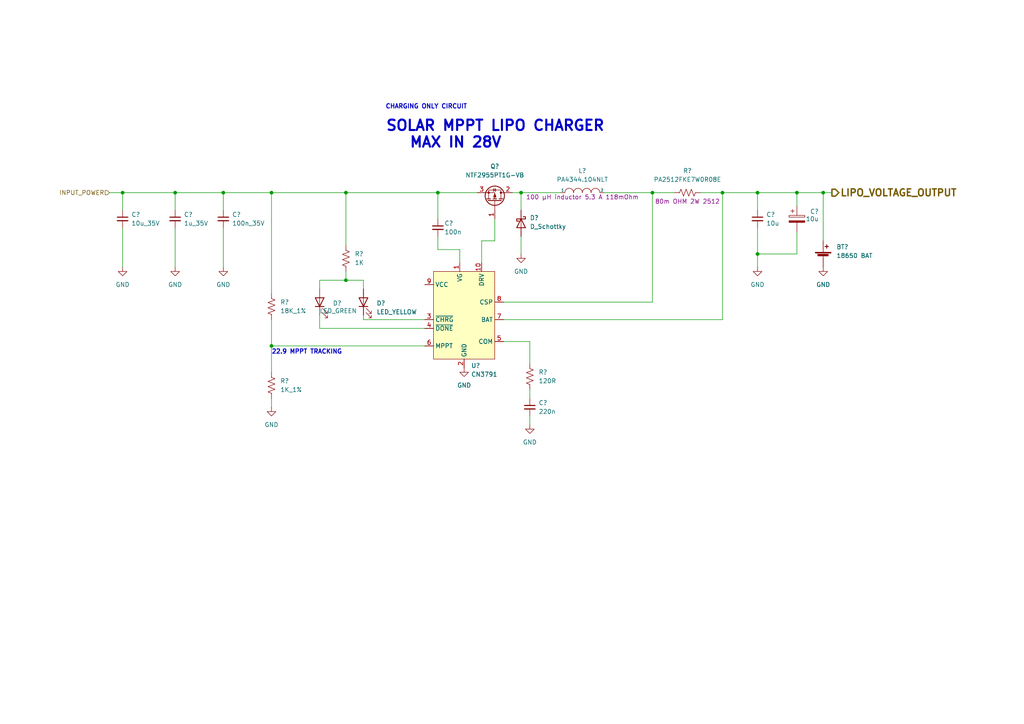
<source format=kicad_sch>
(kicad_sch (version 20211123) (generator eeschema)
  (paper "A4")
  (lib_symbols
    (symbol "Device:Battery_Cell" (pin_numbers hide) (pin_names (offset 0) hide)
      (property "Reference" "BT" (at 2.54 2.54 0))
      (property "Value" "Battery_Cell" (at 2.54 0 0))
      (symbol "Battery_Cell_0_1"
        (rectangle (start -2.286 1.778) (end 2.286 1.524) (fill (type outline)))
        (rectangle (start -1.5748 1.1938) (end 1.4732 0.6858) (fill (type outline)))
        (polyline (pts (xy 0 0.762) (xy 0 0)))
        (polyline (pts (xy 0 1.778) (xy 0 2.54)))
        (polyline (pts (xy 0.508 3.429) (xy 1.524 3.429)) (stroke (width 0.254)))
        (polyline (pts (xy 1.016 3.937) (xy 1.016 2.921)) (stroke (width 0.254)))
      )
      (symbol "Battery_Cell_1_1"
        (pin passive line (at 0 5.08 270) (length 2.54) (name "+") (number "1"))
        (pin passive line (at 0 -2.54 90) (length 2.54) (name "-") (number "2"))
      )
    )
    (symbol "Device:C_Polarized" (pin_numbers hide) (pin_names (offset 0.254))
      (property "Reference" "C" (at 0.635 2.54 0))
      (property "Value" "C_Polarized" (at 0.635 -2.54 0))
      (symbol "C_Polarized_0_1"
        (rectangle (start -2.286 0.508) (end 2.286 1.016))
        (polyline (pts (xy -1.778 2.286) (xy -0.762 2.286)))
        (polyline (pts (xy -1.27 2.794) (xy -1.27 1.778)))
        (rectangle (start 2.286 -0.508) (end -2.286 -1.016) (fill (type outline)))
      )
      (symbol "C_Polarized_1_1"
        (pin passive line (at 0 3.81 270) (length 2.794) (name "~") (number "1"))
        (pin passive line (at 0 -3.81 90) (length 2.794) (name "~") (number "2"))
      )
    )
    (symbol "Device:C_Small" (pin_numbers hide) (pin_names (offset 0.254) hide)
      (property "Reference" "C" (at 0.254 1.778 0))
      (property "Value" "C_Small" (at 0.254 -2.032 0))
      (symbol "C_Small_0_1"
        (polyline (pts (xy -1.524 -0.508) (xy 1.524 -0.508)) (stroke (width 0.3302)))
        (polyline (pts (xy -1.524 0.508) (xy 1.524 0.508)) (stroke (width 0.3048)))
      )
      (symbol "C_Small_1_1"
        (pin passive line (at 0 2.54 270) (length 2.032) (name "~") (number "1"))
        (pin passive line (at 0 -2.54 90) (length 2.032) (name "~") (number "2"))
      )
    )
    (symbol "Device:D_Schottky" (pin_numbers hide) (pin_names (offset 1.016) hide)
      (property "Reference" "D" (at 0 2.54 0))
      (property "Value" "D_Schottky" (at 0 -2.54 0))
      (symbol "D_Schottky_0_1"
        (polyline (pts (xy 1.27 0) (xy -1.27 0)))
        (polyline (pts (xy 1.27 1.27) (xy 1.27 -1.27) (xy -1.27 0) (xy 1.27 1.27)) (stroke (width 0.254)))
        (polyline (pts (xy -1.905 0.635) (xy -1.905 1.27) (xy -1.27 1.27) (xy -1.27 -1.27) (xy -0.635 -1.27) (xy -0.635 -0.635)) (stroke (width 0.254)))
      )
      (symbol "D_Schottky_1_1"
        (pin passive line (at -3.81 0 0) (length 2.54) (name "K") (number "1"))
        (pin passive line (at 3.81 0 180) (length 2.54) (name "A") (number "2"))
      )
    )
    (symbol "Device:LED" (pin_numbers hide) (pin_names (offset 1.016) hide)
      (property "Reference" "D" (at 0 2.54 0))
      (property "Value" "LED" (at 0 -2.54 0))
      (symbol "LED_0_1"
        (polyline (pts (xy -1.27 -1.27) (xy -1.27 1.27)) (stroke (width 0.254)))
        (polyline (pts (xy -1.27 0) (xy 1.27 0)))
        (polyline (pts (xy 1.27 -1.27) (xy 1.27 1.27) (xy -1.27 0) (xy 1.27 -1.27)) (stroke (width 0.254)))
        (polyline (pts (xy -3.048 -0.762) (xy -4.572 -2.286) (xy -3.81 -2.286) (xy -4.572 -2.286) (xy -4.572 -1.524)))
        (polyline (pts (xy -1.778 -0.762) (xy -3.302 -2.286) (xy -2.54 -2.286) (xy -3.302 -2.286) (xy -3.302 -1.524)))
      )
      (symbol "LED_1_1"
        (pin passive line (at -3.81 0 0) (length 2.54) (name "K") (number "1"))
        (pin passive line (at 3.81 0 180) (length 2.54) (name "A") (number "2"))
      )
    )
    (symbol "Device:Q_PMOS_GDS" (pin_names (offset 0) hide)
      (property "Reference" "Q" (at 5.08 1.27 0))
      (property "Value" "Q_PMOS_GDS" (at 5.08 -1.27 0))
      (symbol "Q_PMOS_GDS_0_1"
        (polyline (pts (xy 0.254 0) (xy -2.54 0)))
        (polyline (pts (xy 0.254 1.905) (xy 0.254 -1.905)) (stroke (width 0.254)))
        (polyline (pts (xy 0.762 -1.27) (xy 0.762 -2.286)) (stroke (width 0.254)))
        (polyline (pts (xy 0.762 0.508) (xy 0.762 -0.508)) (stroke (width 0.254)))
        (polyline (pts (xy 0.762 2.286) (xy 0.762 1.27)) (stroke (width 0.254)))
        (polyline (pts (xy 2.54 2.54) (xy 2.54 1.778)))
        (polyline (pts (xy 2.54 -2.54) (xy 2.54 0) (xy 0.762 0)))
        (polyline (pts (xy 0.762 1.778) (xy 3.302 1.778) (xy 3.302 -1.778) (xy 0.762 -1.778)))
        (polyline (pts (xy 2.286 0) (xy 1.27 0.381) (xy 1.27 -0.381) (xy 2.286 0)) (fill (type outline)))
        (polyline (pts (xy 2.794 -0.508) (xy 2.921 -0.381) (xy 3.683 -0.381) (xy 3.81 -0.254)))
        (polyline (pts (xy 3.302 -0.381) (xy 2.921 0.254) (xy 3.683 0.254) (xy 3.302 -0.381)))
        (circle (center 1.651 0) (radius 2.794) (stroke (width 0.254)))
        (circle (center 2.54 -1.778) (radius 0.254) (fill (type outline)))
        (circle (center 2.54 1.778) (radius 0.254) (fill (type outline)))
      )
      (symbol "Q_PMOS_GDS_1_1"
        (pin input line (at -5.08 0 0) (length 2.54) (name "G") (number "1"))
        (pin passive line (at 2.54 5.08 270) (length 2.54) (name "D") (number "2"))
        (pin passive line (at 2.54 -5.08 90) (length 2.54) (name "S") (number "3"))
      )
    )
    (symbol "Device:R_US" (pin_numbers hide) (pin_names (offset 0))
      (property "Reference" "R" (at 2.54 0 90))
      (property "Value" "R_US" (at -2.54 0 90))
      (symbol "R_US_0_1"
        (polyline (pts (xy 0 -2.286) (xy 0 -2.54)))
        (polyline (pts (xy 0 2.286) (xy 0 2.54)))
        (polyline (pts (xy 0 -0.762) (xy 1.016 -1.143) (xy 0 -1.524) (xy -1.016 -1.905) (xy 0 -2.286)))
        (polyline (pts (xy 0 0.762) (xy 1.016 0.381) (xy 0 0) (xy -1.016 -0.381) (xy 0 -0.762)))
        (polyline (pts (xy 0 2.286) (xy 1.016 1.905) (xy 0 1.524) (xy -1.016 1.143) (xy 0 0.762)))
      )
      (symbol "R_US_1_1"
        (pin passive line (at 0 3.81 270) (length 1.27) (name "~") (number "1"))
        (pin passive line (at 0 -3.81 90) (length 1.27) (name "~") (number "2"))
      )
    )
    (symbol "GCL_Integrated-Circuits:CN3791"
      (property "Reference" "U" (at 0 5.08 0))
      (property "Value" "CN3791" (at 0 2.54 0))
      (symbol "CN3791_0_0"
        (pin passive line (at 15.24 2.54 270) (length 2.54) (name "VG") (number "1"))
        (pin passive line (at 21.59 2.54 270) (length 2.54) (name "DRV") (number "10"))
        (pin passive line (at 16.51 -27.94 90) (length 2.54) (name "GND") (number "2"))
        (pin passive line (at 5.08 -13.97 0) (length 2.54) (name "~{CHRG}") (number "3"))
        (pin passive line (at 5.08 -16.51 0) (length 2.54) (name "~{DONE}") (number "4"))
        (pin passive line (at 27.94 -20.32 180) (length 2.54) (name "COM") (number "5"))
        (pin passive line (at 5.08 -21.59 0) (length 2.54) (name "MPPT") (number "6"))
        (pin passive line (at 27.94 -13.97 180) (length 2.54) (name "BAT") (number "7"))
        (pin passive line (at 27.94 -8.89 180) (length 2.54) (name "CSP") (number "8"))
        (pin passive line (at 5.08 -3.81 0) (length 2.54) (name "VCC") (number "9"))
      )
      (symbol "CN3791_0_1"
        (rectangle (start 7.62 0) (end 25.4 -25.4) (fill (type background)))
      )
    )
    (symbol "power:GND" (power) (pin_names (offset 0))
      (property "Value" "GND" (at 0 -3.81 0))
      (symbol "GND_0_1"
        (polyline (pts (xy 0 0) (xy 0 -1.27) (xy 1.27 -1.27) (xy 0 -2.54) (xy -1.27 -1.27) (xy 0 -1.27)))
      )
      (symbol "GND_1_1"
        (pin power_in line (at 0 0 270) (length 0) hide (name "GND") (number "1"))
      )
    )
    (symbol "pspice:INDUCTOR" (pin_numbers hide) (pin_names (offset 0))
      (property "Reference" "L" (at 0 2.54 0))
      (property "Value" "INDUCTOR" (at 0 -1.27 0))
      (symbol "INDUCTOR_0_1"
        (arc (start -2.54 0) (mid -3.81 1.27) (end -5.08 0))
        (arc (start 0 0) (mid -1.27 1.27) (end -2.54 0))
        (arc (start 2.54 0) (mid 1.27 1.27) (end 0 0))
        (arc (start 5.08 0) (mid 3.81 1.27) (end 2.54 0))
      )
      (symbol "INDUCTOR_1_1"
        (pin input line (at -6.35 0 0) (length 1.27) (name "1") (number "1"))
        (pin input line (at 6.35 0 180) (length 1.27) (name "2") (number "2"))
      )
    )
  )
  (junction (at 50.8 55.88))
  (junction (at 219.71 55.88))
  (junction (at 231.14 55.88))
  (junction (at 100.33 55.88))
  (junction (at 189.23 55.88))
  (junction (at 78.74 100.33))
  (junction (at 209.55 55.88))
  (junction (at 64.77 55.88))
  (junction (at 238.76 55.88))
  (junction (at 219.71 73.66))
  (junction (at 100.33 81.28))
  (junction (at 78.74 55.88))
  (junction (at 151.13 55.88))
  (junction (at 35.56 55.88))
  (junction (at 127 55.88))
  (wire (pts (xy 64.77 55.88) (xy 64.77 60.96)))
  (wire (pts (xy 133.35 72.39) (xy 127 72.39)))
  (wire (pts (xy 209.55 55.88) (xy 219.71 55.88)))
  (wire (pts (xy 139.7 69.85) (xy 143.51 69.85)))
  (wire (pts (xy 78.74 85.09) (xy 78.74 55.88)))
  (wire (pts (xy 153.67 113.03) (xy 153.67 115.57)))
  (wire (pts (xy 151.13 55.88) (xy 151.13 60.96)))
  (wire (pts (xy 50.8 55.88) (xy 50.8 60.96)))
  (wire (pts (xy 146.05 92.71) (xy 209.55 92.71)))
  (wire (pts (xy 238.76 55.88) (xy 238.76 69.85)))
  (wire (pts (xy 231.14 73.66) (xy 219.71 73.66)))
  (wire (pts (xy 231.14 55.88) (xy 238.76 55.88)))
  (wire (pts (xy 105.41 92.71) (xy 105.41 91.44)))
  (wire (pts (xy 151.13 55.88) (xy 162.56 55.88)))
  (wire (pts (xy 100.33 81.28) (xy 92.71 81.28)))
  (wire (pts (xy 127 55.88) (xy 138.43 55.88)))
  (wire (pts (xy 64.77 55.88) (xy 78.74 55.88)))
  (wire (pts (xy 35.56 55.88) (xy 35.56 60.96)))
  (wire (pts (xy 153.67 99.06) (xy 153.67 105.41)))
  (wire (pts (xy 123.19 92.71) (xy 105.41 92.71)))
  (wire (pts (xy 78.74 100.33) (xy 123.19 100.33)))
  (wire (pts (xy 92.71 95.25) (xy 123.19 95.25)))
  (wire (pts (xy 64.77 77.47) (xy 64.77 66.04)))
  (wire (pts (xy 127 72.39) (xy 127 68.58)))
  (wire (pts (xy 151.13 68.58) (xy 151.13 73.66)))
  (wire (pts (xy 50.8 77.47) (xy 50.8 66.04)))
  (wire (pts (xy 231.14 67.31) (xy 231.14 73.66)))
  (wire (pts (xy 133.35 76.2) (xy 133.35 72.39)))
  (wire (pts (xy 35.56 55.88) (xy 50.8 55.88)))
  (wire (pts (xy 189.23 55.88) (xy 195.58 55.88)))
  (wire (pts (xy 146.05 99.06) (xy 153.67 99.06)))
  (wire (pts (xy 127 55.88) (xy 127 63.5)))
  (wire (pts (xy 219.71 55.88) (xy 231.14 55.88)))
  (wire (pts (xy 238.76 55.88) (xy 241.3 55.88)))
  (wire (pts (xy 146.05 87.63) (xy 189.23 87.63)))
  (wire (pts (xy 105.41 81.28) (xy 100.33 81.28)))
  (wire (pts (xy 219.71 77.47) (xy 219.71 73.66)))
  (wire (pts (xy 105.41 83.82) (xy 105.41 81.28)))
  (wire (pts (xy 189.23 87.63) (xy 189.23 55.88)))
  (wire (pts (xy 35.56 77.47) (xy 35.56 66.04)))
  (wire (pts (xy 78.74 55.88) (xy 100.33 55.88)))
  (wire (pts (xy 219.71 73.66) (xy 219.71 66.04)))
  (wire (pts (xy 100.33 78.74) (xy 100.33 81.28)))
  (wire (pts (xy 78.74 100.33) (xy 78.74 92.71)))
  (wire (pts (xy 153.67 120.65) (xy 153.67 123.19)))
  (wire (pts (xy 78.74 118.11) (xy 78.74 115.57)))
  (wire (pts (xy 139.7 76.2) (xy 139.7 69.85)))
  (wire (pts (xy 92.71 91.44) (xy 92.71 95.25)))
  (wire (pts (xy 31.75 55.88) (xy 35.56 55.88)))
  (wire (pts (xy 175.26 55.88) (xy 189.23 55.88)))
  (wire (pts (xy 100.33 55.88) (xy 100.33 71.12)))
  (wire (pts (xy 92.71 81.28) (xy 92.71 83.82)))
  (wire (pts (xy 203.2 55.88) (xy 209.55 55.88)))
  (wire (pts (xy 148.59 55.88) (xy 151.13 55.88)))
  (wire (pts (xy 231.14 55.88) (xy 231.14 59.69)))
  (wire (pts (xy 100.33 55.88) (xy 127 55.88)))
  (wire (pts (xy 50.8 55.88) (xy 64.77 55.88)))
  (wire (pts (xy 219.71 55.88) (xy 219.71 60.96)))
  (wire (pts (xy 209.55 92.71) (xy 209.55 55.88)))
  (wire (pts (xy 143.51 69.85) (xy 143.51 63.5)))
  (wire (pts (xy 78.74 100.33) (xy 78.74 107.95)))
  (text "CHARGING ONLY CIRCUIT" (at 111.76 31.75 0) (effects (font (size 1.27 1.27) bold) (justify left bottom)))
  (text "SOLAR MPPT LIPO CHARGER\n   MAX IN 28V" (at 111.76 43.18 0) (effects (font (size 3 3) (thickness 0.6) bold) (justify left bottom)))
  (text "22.9 MPPT TRACKING" (at 78.74 102.87 0) (effects (font (size 1.27 1.27) bold) (justify left bottom)))
  (hierarchical_label "INPUT_POWER" (shape input) (at 31.75 55.88 180))
  (hierarchical_label "LIPO_VOLTAGE_OUTPUT" (shape output) (at 241.3 55.88 0) (effects (font (size 2 2) bold)))
  (symbol (lib_id "Device:Q_PMOS_GDS") (at 143.51 58.42 270) (mirror x) (unit 1)
    (property "Reference" "Q?" (at 143.51 48.26 90))
    (property "Value" "NTF2955PT1G-VB" (at 143.51 50.8 90))
    (property "Footprint" "Package_TO_SOT_SMD:SOT-223" (effects hide))
  )
  (symbol (lib_id "power:GND") (at 238.76 77.47 0) (unit 1)
    (property "Reference" "#PWR?" (effects hide))
    (property "Value" "GND" (at 238.76 82.55 0))
  )
  (symbol (lib_id "power:GND") (at 153.67 123.19 0) (unit 1)
    (property "Reference" "#PWR?" (effects hide))
    (property "Value" "GND" (at 153.67 128.27 0))
  )
  (symbol (lib_id "power:GND") (at 64.77 77.47 0) (unit 1)
    (property "Reference" "#PWR?" (effects hide))
    (property "Value" "GND" (at 64.77 82.55 0))
  )
  (symbol (lib_id "Device:C_Small") (at 153.67 118.11 0) (unit 1)
    (property "Reference" "C?" (at 156.21 116.8462 0) (effects (justify left)))
    (property "Value" "220n" (at 156.21 119.3862 0) (effects (justify left)))
  )
  (symbol (lib_id "Device:R_US") (at 78.74 111.76 180) (unit 1)
    (property "Reference" "R?" (at 81.28 110.4899 0) (effects (justify right)))
    (property "Value" "1K_1%" (at 81.28 113.0299 0) (effects (justify right)))
  )
  (symbol (lib_id "Device:LED") (at 105.41 87.63 90) (unit 1)
    (property "Reference" "D?" (at 109.22 87.9474 90) (effects (justify right)))
    (property "Value" "LED_YELLOW" (at 109.22 90.4874 90) (effects (justify right)))
  )
  (symbol (lib_id "Device:R_US") (at 78.74 88.9 180) (unit 1)
    (property "Reference" "R?" (at 81.28 87.6299 0) (effects (justify right)))
    (property "Value" "18K_1%" (at 81.28 90.1699 0) (effects (justify right)))
  )
  (symbol (lib_id "power:GND") (at 134.62 106.68 0) (unit 1)
    (property "Reference" "#PWR?" (effects hide))
    (property "Value" "GND" (at 134.62 111.76 0))
  )
  (symbol (lib_id "Device:C_Small") (at 35.56 63.5 0) (unit 1)
    (property "Reference" "C?" (at 38.1 62.2362 0) (effects (justify left)))
    (property "Value" "10u_35V" (at 38.1 64.7762 0) (effects (justify left)))
  )
  (symbol (lib_id "Device:C_Small") (at 50.8 63.5 0) (unit 1)
    (property "Reference" "C?" (at 53.34 62.2362 0) (effects (justify left)))
    (property "Value" "1u_35V" (at 53.34 64.7762 0) (effects (justify left)))
  )
  (symbol (lib_id "Device:C_Small") (at 219.71 63.5 0) (unit 1)
    (property "Reference" "C?" (at 222.25 62.2362 0) (effects (justify left)))
    (property "Value" "10u" (at 222.25 64.7762 0) (effects (justify left)))
  )
  (symbol (lib_id "power:GND") (at 151.13 73.66 0) (unit 1)
    (property "Reference" "#PWR?" (effects hide))
    (property "Value" "GND" (at 151.13 78.74 0))
  )
  (symbol (lib_id "Device:D_Schottky") (at 151.13 64.77 270) (unit 1)
    (property "Reference" "D?" (at 153.67 63.1824 90) (effects (justify left)))
    (property "Value" "D_Schottky" (at 153.67 65.7224 90) (effects (justify left)))
    (property "Footprint" "Diode_SMD:D_SMA" (effects hide))
  )
  (symbol (lib_id "power:GND") (at 219.71 77.47 0) (unit 1)
    (property "Reference" "#PWR?" (effects hide))
    (property "Value" "GND" (at 219.71 82.55 0))
  )
  (symbol (lib_id "Device:R_US") (at 199.39 55.88 90) (unit 1)
    (property "Reference" "R?" (at 199.39 49.53 90))
    (property "Value" "PA2512FKE7W0R08E" (at 199.39 52.07 90))
    (property "Footprint" "Resistor_SMD:R_2512_6332Metric" (effects hide))
    (property "DETAILS" "80m OHM 2W 2512" (at 199.39 58.42 90))
  )
  (symbol (lib_id "pspice:INDUCTOR") (at 168.91 55.88 0) (unit 1)
    (property "Reference" "L?" (at 168.91 49.53 0))
    (property "Value" "PA4344.104NLT" (at 168.91 52.07 0))
    (property "Footprint" "greencharge-footprints:ind- YSPI1365-xxxx" (effects hide))
    (property "mpn" "YSPI1365-470M" (effects hide))
    (property "Decription" "100 µH inductor 5.3 A 118mOhm" (at 168.91 57.15 0))
  )
  (symbol (lib_id "Device:C_Polarized") (at 231.14 63.5 0) (unit 1)
    (property "Reference" "C?" (at 234.95 61.3409 0) (effects (justify left)))
    (property "Value" "10u" (at 237.49 63.5 0) (effects (justify right)))
    (property "Footprint" "Capacitor_SMD:C_Elec_5x5.4" (effects hide))
  )
  (symbol (lib_id "power:GND") (at 35.56 77.47 0) (unit 1)
    (property "Reference" "#PWR?" (effects hide))
    (property "Value" "GND" (at 35.56 82.55 0))
  )
  (symbol (lib_id "Device:Battery_Cell") (at 238.76 74.93 0) (unit 1)
    (property "Reference" "BT?" (at 242.57 71.6279 0) (effects (justify left)))
    (property "Value" "18650 BAT" (at 242.57 74.1679 0) (effects (justify left)))
  )
  (symbol (lib_id "power:GND") (at 50.8 77.47 0) (unit 1)
    (property "Reference" "#PWR?" (effects hide))
    (property "Value" "GND" (at 50.8 82.55 0))
  )
  (symbol (lib_id "Device:C_Small") (at 127 66.04 0) (unit 1)
    (property "Reference" "C?" (at 128.905 64.77 0) (effects (justify left)))
    (property "Value" "100n" (at 128.905 67.31 0) (effects (justify left)))
  )
  (symbol (lib_id "Device:C_Small") (at 64.77 63.5 0) (unit 1)
    (property "Reference" "C?" (at 67.31 62.2362 0) (effects (justify left)))
    (property "Value" "100n_35V" (at 67.31 64.7762 0) (effects (justify left)))
  )
  (symbol (lib_id "GCL_Integrated-Circuits:CN3791") (at 118.11 78.74 0) (unit 1)
    (property "Reference" "U?" (at 136.6394 106.045 0) (effects (justify left)))
    (property "Value" "CN3791" (at 136.6394 108.585 0) (effects (justify left)))
    (property "Footprint" "Package_SO:SSOP-10_3.9x4.9mm_P1.00mm" (effects hide))
  )
  (symbol (lib_id "power:GND") (at 78.74 118.11 0) (unit 1)
    (property "Reference" "#PWR?" (effects hide))
    (property "Value" "GND" (at 78.74 123.19 0))
  )
  (symbol (lib_id "Device:LED") (at 92.71 87.63 90) (unit 1)
    (property "Reference" "D?" (at 96.52 87.9474 90) (effects (justify right)))
    (property "Value" "LED_GREEN" (at 92.71 90.17 90) (effects (justify right)))
  )
  (symbol (lib_id "Device:R_US") (at 153.67 109.22 180) (unit 1)
    (property "Reference" "R?" (at 156.21 107.9499 0) (effects (justify right)))
    (property "Value" "120R" (at 156.21 110.4899 0) (effects (justify right)))
  )
  (symbol (lib_id "Device:R_US") (at 100.33 74.93 180) (unit 1)
    (property "Reference" "R?" (at 102.87 73.6599 0) (effects (justify right)))
    (property "Value" "1K" (at 102.87 76.1999 0) (effects (justify right)))
  )
)
</source>
